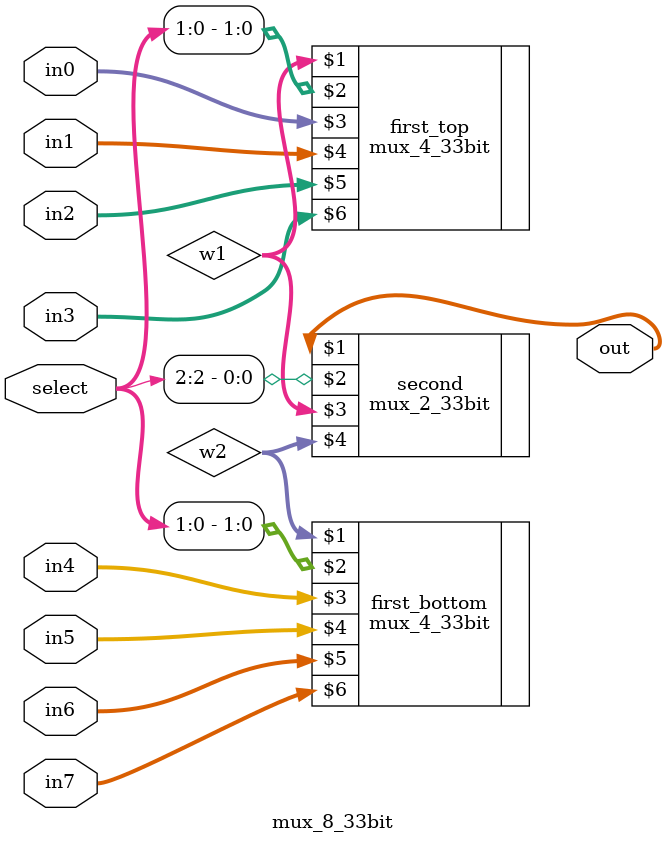
<source format=v>
module mux_8_33bit(out, select, in0, in1, in2, in3, in4, in5, in6, in7);
    input [2:0] select;
    input [32:0] in0, in1, in2, in3, in4, in5, in6, in7;
    output [32:0] out;
    wire [32:0] w1, w2;
    
    mux_4_33bit first_top(w1, select[1:0], in0, in1, in2, in3);
    mux_4_33bit first_bottom(w2, select[1:0], in4, in5, in6, in7);
    mux_2_33bit second(out, select[2], w1, w2);
endmodule
</source>
